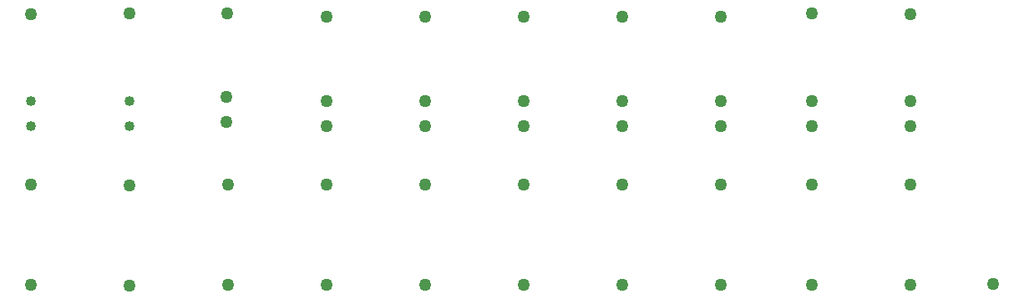
<source format=gbr>
G04 PROTEUS GERBER X2 FILE*
%TF.GenerationSoftware,Labcenter,Proteus,8.9-SP0-Build27865*%
%TF.CreationDate,2019-11-20T08:52:41+00:00*%
%TF.FileFunction,Plated,0,2,PTH*%
%TF.FilePolarity,Positive*%
%TF.Part,Single*%
%TF.SameCoordinates,{f691470e-80e8-4d2b-9628-1e6ddb3d0262}*%
%FSLAX45Y45*%
%MOMM*%
G01*
%TA.AperFunction,ComponentDrill*%
%ADD13C,1.016000*%
%ADD14C,1.270000*%
%TD.AperFunction*%
D13*
X-940000Y-2230000D03*
X-940000Y-2484000D03*
X+60000Y-2230000D03*
X+60000Y-2484000D03*
D14*
X+1040000Y-2190000D03*
X+1040000Y-2444000D03*
X+2060000Y-2230000D03*
X+2060000Y-2484000D03*
X+3060000Y-2230000D03*
X+3060000Y-2484000D03*
X+4060000Y-2230000D03*
X+4060000Y-2484000D03*
X+5060000Y-2230000D03*
X+5060000Y-2484000D03*
X+6060000Y-2230000D03*
X+6060000Y-2484000D03*
X+6980000Y-2230000D03*
X+6980000Y-2484000D03*
X+7980000Y-2230000D03*
X+7980000Y-2484000D03*
X+60000Y-3084000D03*
X+60000Y-4100000D03*
X+1060000Y-3080000D03*
X+1060000Y-4096000D03*
X+2060000Y-3080000D03*
X+2060000Y-4096000D03*
X+3060000Y-3080000D03*
X+3060000Y-4096000D03*
X+4060000Y-3080000D03*
X+4060000Y-4096000D03*
X+5060000Y-3080000D03*
X+5060000Y-4096000D03*
X+6060000Y-3080000D03*
X+6060000Y-4096000D03*
X+6980000Y-3080000D03*
X+6980000Y-4096000D03*
X+7980000Y-3080000D03*
X+7980000Y-4096000D03*
X-940000Y-4096000D03*
X-940000Y-3080000D03*
X+60000Y-1340000D03*
X+1050000Y-1340000D03*
X+2060000Y-1370000D03*
X+3060000Y-1370000D03*
X+4060000Y-1370000D03*
X+5060000Y-1370000D03*
X+6060000Y-1370000D03*
X+6980000Y-1340000D03*
X+7980000Y-1350000D03*
X-940000Y-1350000D03*
X+8820000Y-4086000D03*
M02*

</source>
